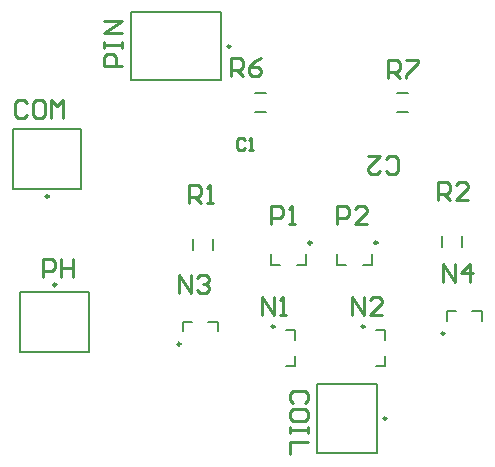
<source format=gbr>
%TF.GenerationSoftware,Altium Limited,Altium Designer,23.6.0 (18)*%
G04 Layer_Color=65535*
%FSLAX45Y45*%
%MOMM*%
%TF.SameCoordinates,CF38A103-D8AE-499C-B0C4-B378558345B8*%
%TF.FilePolarity,Positive*%
%TF.FileFunction,Legend,Top*%
%TF.Part,Single*%
G01*
G75*
%TA.AperFunction,NonConductor*%
%ADD25C,0.25000*%
%ADD26C,0.20000*%
%ADD27C,0.25400*%
D25*
X5983000Y8851900D02*
G03*
X5983000Y8851900I-12500J0D01*
G01*
X3124000Y10730000D02*
G03*
X3124000Y10730000I-12500J0D01*
G01*
X4662200Y12001500D02*
G03*
X4662200Y12001500I-12500J0D01*
G01*
X3187500Y9983700D02*
G03*
X3187500Y9983700I-12500J0D01*
G01*
X5348700Y10338500D02*
G03*
X5348700Y10338500I-12500J0D01*
G01*
X5907500Y10339200D02*
G03*
X5907500Y10339200I-12500J0D01*
G01*
X5036000Y9628800D02*
G03*
X5036000Y9628800I-12500J0D01*
G01*
X4239400Y9481200D02*
G03*
X4239400Y9481200I-12500J0D01*
G01*
X6474600Y9570100D02*
G03*
X6474600Y9570100I-12500J0D01*
G01*
X5798000Y9628800D02*
G03*
X5798000Y9628800I-12500J0D01*
G01*
D26*
X6076400Y11445583D02*
X6166400D01*
X6076400Y11610583D02*
X6166400D01*
X5397500Y8561900D02*
Y9141900D01*
X5905500D01*
X5397500Y8561900D02*
X5905500D01*
Y9141900D01*
X2821500Y10795000D02*
X3401500D01*
X2821500D02*
Y11303000D01*
X3401500Y10795000D02*
Y11303000D01*
X2821500D02*
X3401500D01*
X3822708Y11713509D02*
Y12293507D01*
Y11713509D02*
X4584708D01*
Y12293507D01*
X3822708D02*
X4584708D01*
X2885000Y9918700D02*
X3465000D01*
Y9410700D02*
Y9918700D01*
X2885000Y9410700D02*
Y9918700D01*
Y9410700D02*
X3465000D01*
X4869900Y11445583D02*
X4959900D01*
X4869900Y11610583D02*
X4959900D01*
X6458000Y10305500D02*
Y10395500D01*
X6623000Y10305500D02*
Y10395500D01*
X4349800Y10280100D02*
Y10370100D01*
X4514800Y10280100D02*
Y10370100D01*
X5006200Y10153500D02*
X5086200D01*
X5006200D02*
Y10243500D01*
X5226200Y10153500D02*
X5306200D01*
Y10243500D01*
X5565000Y10154200D02*
X5645000D01*
X5565000D02*
Y10244200D01*
X5785000Y10154200D02*
X5865000D01*
Y10244200D01*
X5213500Y9298800D02*
Y9378800D01*
X5133500Y9298800D02*
X5213500D01*
Y9518800D02*
Y9598800D01*
X5133500D02*
X5213500D01*
X4476900Y9671200D02*
X4556900D01*
Y9591200D02*
Y9671200D01*
X4256900D02*
X4336900D01*
X4256900Y9591200D02*
Y9671200D01*
X6712100Y9760100D02*
X6792100D01*
Y9680100D02*
Y9760100D01*
X6492100D02*
X6572100D01*
X6492100Y9680100D02*
Y9760100D01*
X5975500Y9298800D02*
Y9378800D01*
X5895500Y9298800D02*
X5975500D01*
Y9518800D02*
Y9598800D01*
X5895500D02*
X5975500D01*
D27*
X5977642Y10947417D02*
X6003034Y10922025D01*
X6053818D01*
X6079210Y10947417D01*
Y11048983D01*
X6053818Y11074375D01*
X6003034D01*
X5977642Y11048983D01*
X5825292Y11074375D02*
X5926859D01*
X5825292Y10972808D01*
Y10947417D01*
X5850683Y10922025D01*
X5901467D01*
X5926859Y10947417D01*
X4787900Y11205330D02*
X4770972Y11222258D01*
X4737117D01*
X4720189Y11205330D01*
Y11137619D01*
X4737117Y11120691D01*
X4770972D01*
X4787900Y11137619D01*
X4821756Y11120691D02*
X4855612D01*
X4838684D01*
Y11222258D01*
X4821756Y11205330D01*
X5295883Y8978846D02*
X5321275Y9004238D01*
Y9055022D01*
X5295883Y9080414D01*
X5194317D01*
X5168925Y9055022D01*
Y9004238D01*
X5194317Y8978846D01*
X5321275Y8851888D02*
Y8902671D01*
X5295883Y8928063D01*
X5194317D01*
X5168925Y8902671D01*
Y8851888D01*
X5194317Y8826496D01*
X5295883D01*
X5321275Y8851888D01*
Y8775712D02*
Y8724929D01*
Y8750320D01*
X5168925D01*
Y8775712D01*
Y8724929D01*
X5321275Y8648753D02*
X5168925D01*
Y8547186D01*
X5994441Y11731308D02*
Y11883659D01*
X6070617D01*
X6096008Y11858267D01*
Y11807483D01*
X6070617Y11782091D01*
X5994441D01*
X6045225D02*
X6096008Y11731308D01*
X6146792Y11883659D02*
X6248359D01*
Y11858267D01*
X6146792Y11756700D01*
Y11731308D01*
X4668520Y11752580D02*
Y11904931D01*
X4744695D01*
X4770087Y11879539D01*
Y11828755D01*
X4744695Y11803363D01*
X4668520D01*
X4719303D02*
X4770087Y11752580D01*
X4922438Y11904931D02*
X4871654Y11879539D01*
X4820871Y11828755D01*
Y11777972D01*
X4846263Y11752580D01*
X4897046D01*
X4922438Y11777972D01*
Y11803363D01*
X4897046Y11828755D01*
X4820871D01*
X6418580Y10698480D02*
Y10850831D01*
X6494755D01*
X6520147Y10825439D01*
Y10774655D01*
X6494755Y10749263D01*
X6418580D01*
X6469363D02*
X6520147Y10698480D01*
X6672498D02*
X6570931D01*
X6672498Y10800047D01*
Y10825439D01*
X6647106Y10850831D01*
X6596323D01*
X6570931Y10825439D01*
X4310380Y10673080D02*
Y10825431D01*
X4386555D01*
X4411947Y10800039D01*
Y10749255D01*
X4386555Y10723863D01*
X4310380D01*
X4361163D02*
X4411947Y10673080D01*
X4462731D02*
X4513514D01*
X4488123D01*
Y10825431D01*
X4462731Y10800039D01*
X3746475Y11836462D02*
X3594125D01*
Y11912637D01*
X3619517Y11938029D01*
X3670300D01*
X3695692Y11912637D01*
Y11836462D01*
X3594125Y11988812D02*
Y12039596D01*
Y12014204D01*
X3746475D01*
Y11988812D01*
Y12039596D01*
Y12115771D02*
X3594125D01*
X3746475Y12217339D01*
X3594125D01*
X3073441Y10045725D02*
Y10198075D01*
X3149617D01*
X3175008Y10172683D01*
Y10121900D01*
X3149617Y10096508D01*
X3073441D01*
X3225792Y10198075D02*
Y10045725D01*
Y10121900D01*
X3327359D01*
Y10198075D01*
Y10045725D01*
X5562600Y10495280D02*
Y10647631D01*
X5638775D01*
X5664167Y10622239D01*
Y10571455D01*
X5638775Y10546063D01*
X5562600D01*
X5816518Y10495280D02*
X5714951D01*
X5816518Y10596847D01*
Y10622239D01*
X5791126Y10647631D01*
X5740343D01*
X5714951Y10622239D01*
X5003800Y10495280D02*
Y10647631D01*
X5079975D01*
X5105367Y10622239D01*
Y10571455D01*
X5079975Y10546063D01*
X5003800D01*
X5156151Y10495280D02*
X5206934D01*
X5181543D01*
Y10647631D01*
X5156151Y10622239D01*
X6461760Y10005060D02*
Y10157411D01*
X6563327Y10005060D01*
Y10157411D01*
X6690286Y10005060D02*
Y10157411D01*
X6614111Y10081235D01*
X6715678D01*
X4226560Y9916160D02*
Y10068511D01*
X4328127Y9916160D01*
Y10068511D01*
X4378911Y10043119D02*
X4404303Y10068511D01*
X4455086D01*
X4480478Y10043119D01*
Y10017727D01*
X4455086Y9992335D01*
X4429694D01*
X4455086D01*
X4480478Y9966943D01*
Y9941552D01*
X4455086Y9916160D01*
X4404303D01*
X4378911Y9941552D01*
X5692140Y9730740D02*
Y9883091D01*
X5793707Y9730740D01*
Y9883091D01*
X5946058Y9730740D02*
X5844491D01*
X5946058Y9832307D01*
Y9857699D01*
X5920666Y9883091D01*
X5869883D01*
X5844491Y9857699D01*
X4930140Y9730740D02*
Y9883091D01*
X5031707Y9730740D01*
Y9883091D01*
X5082491Y9730740D02*
X5133274D01*
X5107883D01*
Y9883091D01*
X5082491Y9857699D01*
X2936207Y11518859D02*
X2910815Y11544251D01*
X2860032D01*
X2834640Y11518859D01*
Y11417292D01*
X2860032Y11391900D01*
X2910815D01*
X2936207Y11417292D01*
X3063166Y11544251D02*
X3012383D01*
X2986991Y11518859D01*
Y11417292D01*
X3012383Y11391900D01*
X3063166D01*
X3088558Y11417292D01*
Y11518859D01*
X3063166Y11544251D01*
X3139341Y11391900D02*
Y11544251D01*
X3190125Y11493467D01*
X3240909Y11544251D01*
Y11391900D01*
%TF.MD5,0ea08274c2ed2c8b9759b221e65ce195*%
M02*

</source>
